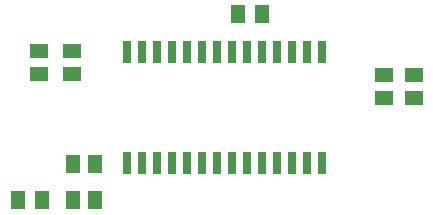
<source format=gtp>
G75*
%MOIN*%
%OFA0B0*%
%FSLAX24Y24*%
%IPPOS*%
%LPD*%
%AMOC8*
5,1,8,0,0,1.08239X$1,22.5*
%
%ADD10R,0.0256X0.0728*%
%ADD11R,0.0512X0.0591*%
%ADD12R,0.0512X0.0630*%
%ADD13R,0.0591X0.0512*%
D10*
X007550Y004809D03*
X008050Y004809D03*
X008550Y004809D03*
X009050Y004809D03*
X009550Y004809D03*
X010050Y004809D03*
X010550Y004809D03*
X011050Y004809D03*
X011550Y004809D03*
X012050Y004809D03*
X012550Y004809D03*
X013050Y004809D03*
X013550Y004809D03*
X014050Y004809D03*
X014050Y008491D03*
X013550Y008491D03*
X013050Y008491D03*
X012550Y008491D03*
X012050Y008491D03*
X011550Y008491D03*
X011050Y008491D03*
X010550Y008491D03*
X010050Y008491D03*
X009550Y008491D03*
X009050Y008491D03*
X008550Y008491D03*
X008050Y008491D03*
X007550Y008491D03*
D11*
X006474Y004750D03*
X005726Y004750D03*
X005726Y003550D03*
X006474Y003550D03*
D12*
X003906Y003550D03*
X004694Y003550D03*
X011256Y009750D03*
X012044Y009750D03*
D13*
X016100Y007724D03*
X017100Y007724D03*
X017100Y006976D03*
X016100Y006976D03*
X005700Y007776D03*
X004600Y007776D03*
X004600Y008524D03*
X005700Y008524D03*
M02*

</source>
